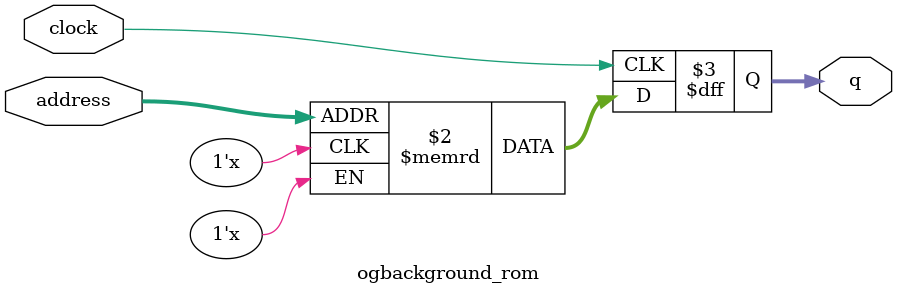
<source format=sv>
module ogbackground_rom (
	input logic clock,
	input logic [16:0] address,
	output logic [4:0] q
);

logic [4:0] memory [0:76799] /* synthesis ram_init_file = "./ogbackground/ogbackground.mif" */;

always_ff @ (posedge clock) begin
	q <= memory[address];
end

endmodule

</source>
